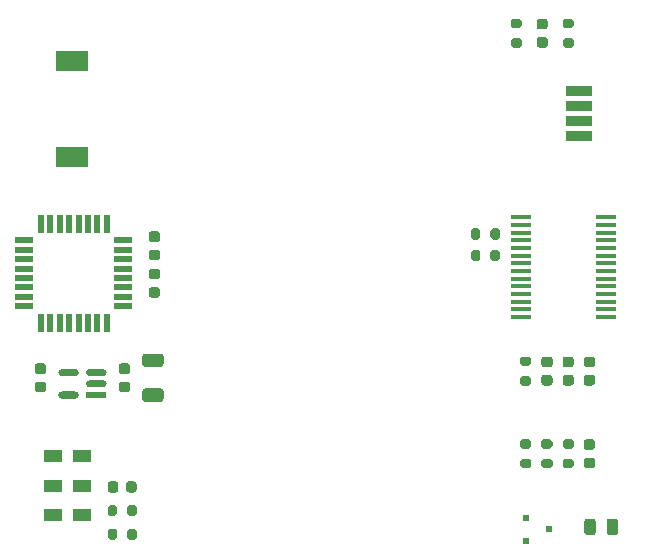
<source format=gbr>
G04 #@! TF.GenerationSoftware,KiCad,Pcbnew,(5.1.12-1-10_14)*
G04 #@! TF.CreationDate,2021-12-30T21:01:29-05:00*
G04 #@! TF.ProjectId,blinky,626c696e-6b79-42e6-9b69-6361645f7063,rev?*
G04 #@! TF.SameCoordinates,Original*
G04 #@! TF.FileFunction,Paste,Top*
G04 #@! TF.FilePolarity,Positive*
%FSLAX46Y46*%
G04 Gerber Fmt 4.6, Leading zero omitted, Abs format (unit mm)*
G04 Created by KiCad (PCBNEW (5.1.12-1-10_14)) date 2021-12-30 21:01:29*
%MOMM*%
%LPD*%
G01*
G04 APERTURE LIST*
%ADD10R,1.750000X0.450000*%
%ADD11R,1.755639X0.609807*%
%ADD12R,0.550000X1.500000*%
%ADD13R,1.500000X0.550000*%
%ADD14R,2.692400X1.701800*%
%ADD15R,1.600000X1.000000*%
%ADD16R,0.600000X0.500000*%
%ADD17R,2.200000X0.900000*%
G04 APERTURE END LIST*
D10*
G04 #@! TO.C,U4*
X106472000Y-115279000D03*
X106472000Y-115929000D03*
X106472000Y-116579000D03*
X106472000Y-117229000D03*
X106472000Y-117879000D03*
X106472000Y-118529000D03*
X106472000Y-119179000D03*
X106472000Y-119829000D03*
X106472000Y-120479000D03*
X106472000Y-121129000D03*
X106472000Y-121779000D03*
X106472000Y-122429000D03*
X106472000Y-123079000D03*
X106472000Y-123729000D03*
X99272000Y-123729000D03*
X99272000Y-123079000D03*
X99272000Y-122429000D03*
X99272000Y-121779000D03*
X99272000Y-121129000D03*
X99272000Y-120479000D03*
X99272000Y-119829000D03*
X99272000Y-119179000D03*
X99272000Y-118529000D03*
X99272000Y-117879000D03*
X99272000Y-117229000D03*
X99272000Y-116579000D03*
X99272000Y-115929000D03*
X99272000Y-115279000D03*
G04 #@! TD*
D11*
G04 #@! TO.C,U2*
X63322281Y-130333000D03*
G36*
G01*
X64200100Y-129382999D02*
X64200100Y-129382999D01*
G75*
G02*
X63895197Y-129687902I-304903J0D01*
G01*
X62749365Y-129687902D01*
G75*
G02*
X62444462Y-129382999I0J304903D01*
G01*
X62444462Y-129382999D01*
G75*
G02*
X62749365Y-129078096I304903J0D01*
G01*
X63895197Y-129078096D01*
G75*
G02*
X64200100Y-129382999I0J-304903D01*
G01*
G37*
G36*
G01*
X64200100Y-128432999D02*
X64200100Y-128432999D01*
G75*
G02*
X63895197Y-128737902I-304903J0D01*
G01*
X62749365Y-128737902D01*
G75*
G02*
X62444462Y-128432999I0J304903D01*
G01*
X62444462Y-128432999D01*
G75*
G02*
X62749365Y-128128096I304903J0D01*
G01*
X63895197Y-128128096D01*
G75*
G02*
X64200100Y-128432999I0J-304903D01*
G01*
G37*
G36*
G01*
X61849537Y-128432999D02*
X61849537Y-128432999D01*
G75*
G02*
X61544634Y-128737902I-304903J0D01*
G01*
X60398802Y-128737902D01*
G75*
G02*
X60093899Y-128432999I0J304903D01*
G01*
X60093899Y-128432999D01*
G75*
G02*
X60398802Y-128128096I304903J0D01*
G01*
X61544634Y-128128096D01*
G75*
G02*
X61849537Y-128432999I0J-304903D01*
G01*
G37*
G36*
G01*
X61849537Y-130333000D02*
X61849537Y-130333000D01*
G75*
G02*
X61544634Y-130637903I-304903J0D01*
G01*
X60398802Y-130637903D01*
G75*
G02*
X60093899Y-130333000I0J304903D01*
G01*
X60093899Y-130333000D01*
G75*
G02*
X60398802Y-130028097I304903J0D01*
G01*
X61544634Y-130028097D01*
G75*
G02*
X61849537Y-130333000I0J-304903D01*
G01*
G37*
G04 #@! TD*
D12*
G04 #@! TO.C,U1*
X64222000Y-115824000D03*
X63422000Y-115824000D03*
X62622000Y-115824000D03*
X61822000Y-115824000D03*
X61022000Y-115824000D03*
X60222000Y-115824000D03*
X59422000Y-115824000D03*
X58622000Y-115824000D03*
D13*
X57222000Y-117224000D03*
X57222000Y-118024000D03*
X57222000Y-118824000D03*
X57222000Y-119624000D03*
X57222000Y-120424000D03*
X57222000Y-121224000D03*
X57222000Y-122024000D03*
X57222000Y-122824000D03*
D12*
X58622000Y-124224000D03*
X59422000Y-124224000D03*
X60222000Y-124224000D03*
X61022000Y-124224000D03*
X61822000Y-124224000D03*
X62622000Y-124224000D03*
X63422000Y-124224000D03*
X64222000Y-124224000D03*
D13*
X65622000Y-122824000D03*
X65622000Y-122024000D03*
X65622000Y-121224000D03*
X65622000Y-120424000D03*
X65622000Y-119624000D03*
X65622000Y-118824000D03*
X65622000Y-118024000D03*
X65622000Y-117224000D03*
G04 #@! TD*
D14*
G04 #@! TO.C,SW1*
X61272000Y-110155300D03*
X61272000Y-102052700D03*
G04 #@! TD*
D15*
G04 #@! TO.C,SW2*
X59677000Y-135519000D03*
X59677000Y-138019000D03*
X59677000Y-140519000D03*
X62077000Y-135519000D03*
X62077000Y-138019000D03*
X62077000Y-140519000D03*
G04 #@! TD*
G04 #@! TO.C,R10*
G36*
G01*
X103547000Y-134879000D02*
X102997000Y-134879000D01*
G75*
G02*
X102797000Y-134679000I0J200000D01*
G01*
X102797000Y-134279000D01*
G75*
G02*
X102997000Y-134079000I200000J0D01*
G01*
X103547000Y-134079000D01*
G75*
G02*
X103747000Y-134279000I0J-200000D01*
G01*
X103747000Y-134679000D01*
G75*
G02*
X103547000Y-134879000I-200000J0D01*
G01*
G37*
G36*
G01*
X103547000Y-136529000D02*
X102997000Y-136529000D01*
G75*
G02*
X102797000Y-136329000I0J200000D01*
G01*
X102797000Y-135929000D01*
G75*
G02*
X102997000Y-135729000I200000J0D01*
G01*
X103547000Y-135729000D01*
G75*
G02*
X103747000Y-135929000I0J-200000D01*
G01*
X103747000Y-136329000D01*
G75*
G02*
X103547000Y-136529000I-200000J0D01*
G01*
G37*
G04 #@! TD*
G04 #@! TO.C,R9*
G36*
G01*
X101197000Y-135729000D02*
X101747000Y-135729000D01*
G75*
G02*
X101947000Y-135929000I0J-200000D01*
G01*
X101947000Y-136329000D01*
G75*
G02*
X101747000Y-136529000I-200000J0D01*
G01*
X101197000Y-136529000D01*
G75*
G02*
X100997000Y-136329000I0J200000D01*
G01*
X100997000Y-135929000D01*
G75*
G02*
X101197000Y-135729000I200000J0D01*
G01*
G37*
G36*
G01*
X101197000Y-134079000D02*
X101747000Y-134079000D01*
G75*
G02*
X101947000Y-134279000I0J-200000D01*
G01*
X101947000Y-134679000D01*
G75*
G02*
X101747000Y-134879000I-200000J0D01*
G01*
X101197000Y-134879000D01*
G75*
G02*
X100997000Y-134679000I0J200000D01*
G01*
X100997000Y-134279000D01*
G75*
G02*
X101197000Y-134079000I200000J0D01*
G01*
G37*
G04 #@! TD*
G04 #@! TO.C,R8*
G36*
G01*
X99397000Y-135729000D02*
X99947000Y-135729000D01*
G75*
G02*
X100147000Y-135929000I0J-200000D01*
G01*
X100147000Y-136329000D01*
G75*
G02*
X99947000Y-136529000I-200000J0D01*
G01*
X99397000Y-136529000D01*
G75*
G02*
X99197000Y-136329000I0J200000D01*
G01*
X99197000Y-135929000D01*
G75*
G02*
X99397000Y-135729000I200000J0D01*
G01*
G37*
G36*
G01*
X99397000Y-134079000D02*
X99947000Y-134079000D01*
G75*
G02*
X100147000Y-134279000I0J-200000D01*
G01*
X100147000Y-134679000D01*
G75*
G02*
X99947000Y-134879000I-200000J0D01*
G01*
X99397000Y-134879000D01*
G75*
G02*
X99197000Y-134679000I0J200000D01*
G01*
X99197000Y-134279000D01*
G75*
G02*
X99397000Y-134079000I200000J0D01*
G01*
G37*
G04 #@! TD*
G04 #@! TO.C,R7*
G36*
G01*
X99947000Y-127879000D02*
X99397000Y-127879000D01*
G75*
G02*
X99197000Y-127679000I0J200000D01*
G01*
X99197000Y-127279000D01*
G75*
G02*
X99397000Y-127079000I200000J0D01*
G01*
X99947000Y-127079000D01*
G75*
G02*
X100147000Y-127279000I0J-200000D01*
G01*
X100147000Y-127679000D01*
G75*
G02*
X99947000Y-127879000I-200000J0D01*
G01*
G37*
G36*
G01*
X99947000Y-129529000D02*
X99397000Y-129529000D01*
G75*
G02*
X99197000Y-129329000I0J200000D01*
G01*
X99197000Y-128929000D01*
G75*
G02*
X99397000Y-128729000I200000J0D01*
G01*
X99947000Y-128729000D01*
G75*
G02*
X100147000Y-128929000I0J-200000D01*
G01*
X100147000Y-129329000D01*
G75*
G02*
X99947000Y-129529000I-200000J0D01*
G01*
G37*
G04 #@! TD*
G04 #@! TO.C,R6*
G36*
G01*
X96697000Y-116979000D02*
X96697000Y-116429000D01*
G75*
G02*
X96897000Y-116229000I200000J0D01*
G01*
X97297000Y-116229000D01*
G75*
G02*
X97497000Y-116429000I0J-200000D01*
G01*
X97497000Y-116979000D01*
G75*
G02*
X97297000Y-117179000I-200000J0D01*
G01*
X96897000Y-117179000D01*
G75*
G02*
X96697000Y-116979000I0J200000D01*
G01*
G37*
G36*
G01*
X95047000Y-116979000D02*
X95047000Y-116429000D01*
G75*
G02*
X95247000Y-116229000I200000J0D01*
G01*
X95647000Y-116229000D01*
G75*
G02*
X95847000Y-116429000I0J-200000D01*
G01*
X95847000Y-116979000D01*
G75*
G02*
X95647000Y-117179000I-200000J0D01*
G01*
X95247000Y-117179000D01*
G75*
G02*
X95047000Y-116979000I0J200000D01*
G01*
G37*
G04 #@! TD*
G04 #@! TO.C,R5*
G36*
G01*
X95847000Y-118229000D02*
X95847000Y-118779000D01*
G75*
G02*
X95647000Y-118979000I-200000J0D01*
G01*
X95247000Y-118979000D01*
G75*
G02*
X95047000Y-118779000I0J200000D01*
G01*
X95047000Y-118229000D01*
G75*
G02*
X95247000Y-118029000I200000J0D01*
G01*
X95647000Y-118029000D01*
G75*
G02*
X95847000Y-118229000I0J-200000D01*
G01*
G37*
G36*
G01*
X97497000Y-118229000D02*
X97497000Y-118779000D01*
G75*
G02*
X97297000Y-118979000I-200000J0D01*
G01*
X96897000Y-118979000D01*
G75*
G02*
X96697000Y-118779000I0J200000D01*
G01*
X96697000Y-118229000D01*
G75*
G02*
X96897000Y-118029000I200000J0D01*
G01*
X97297000Y-118029000D01*
G75*
G02*
X97497000Y-118229000I0J-200000D01*
G01*
G37*
G04 #@! TD*
G04 #@! TO.C,R4*
G36*
G01*
X103547000Y-99279000D02*
X102997000Y-99279000D01*
G75*
G02*
X102797000Y-99079000I0J200000D01*
G01*
X102797000Y-98679000D01*
G75*
G02*
X102997000Y-98479000I200000J0D01*
G01*
X103547000Y-98479000D01*
G75*
G02*
X103747000Y-98679000I0J-200000D01*
G01*
X103747000Y-99079000D01*
G75*
G02*
X103547000Y-99279000I-200000J0D01*
G01*
G37*
G36*
G01*
X103547000Y-100929000D02*
X102997000Y-100929000D01*
G75*
G02*
X102797000Y-100729000I0J200000D01*
G01*
X102797000Y-100329000D01*
G75*
G02*
X102997000Y-100129000I200000J0D01*
G01*
X103547000Y-100129000D01*
G75*
G02*
X103747000Y-100329000I0J-200000D01*
G01*
X103747000Y-100729000D01*
G75*
G02*
X103547000Y-100929000I-200000J0D01*
G01*
G37*
G04 #@! TD*
G04 #@! TO.C,R3*
G36*
G01*
X98597000Y-100129000D02*
X99147000Y-100129000D01*
G75*
G02*
X99347000Y-100329000I0J-200000D01*
G01*
X99347000Y-100729000D01*
G75*
G02*
X99147000Y-100929000I-200000J0D01*
G01*
X98597000Y-100929000D01*
G75*
G02*
X98397000Y-100729000I0J200000D01*
G01*
X98397000Y-100329000D01*
G75*
G02*
X98597000Y-100129000I200000J0D01*
G01*
G37*
G36*
G01*
X98597000Y-98479000D02*
X99147000Y-98479000D01*
G75*
G02*
X99347000Y-98679000I0J-200000D01*
G01*
X99347000Y-99079000D01*
G75*
G02*
X99147000Y-99279000I-200000J0D01*
G01*
X98597000Y-99279000D01*
G75*
G02*
X98397000Y-99079000I0J200000D01*
G01*
X98397000Y-98679000D01*
G75*
G02*
X98597000Y-98479000I200000J0D01*
G01*
G37*
G04 #@! TD*
G04 #@! TO.C,R2*
G36*
G01*
X65088000Y-141838000D02*
X65088000Y-142388000D01*
G75*
G02*
X64888000Y-142588000I-200000J0D01*
G01*
X64488000Y-142588000D01*
G75*
G02*
X64288000Y-142388000I0J200000D01*
G01*
X64288000Y-141838000D01*
G75*
G02*
X64488000Y-141638000I200000J0D01*
G01*
X64888000Y-141638000D01*
G75*
G02*
X65088000Y-141838000I0J-200000D01*
G01*
G37*
G36*
G01*
X66738000Y-141838000D02*
X66738000Y-142388000D01*
G75*
G02*
X66538000Y-142588000I-200000J0D01*
G01*
X66138000Y-142588000D01*
G75*
G02*
X65938000Y-142388000I0J200000D01*
G01*
X65938000Y-141838000D01*
G75*
G02*
X66138000Y-141638000I200000J0D01*
G01*
X66538000Y-141638000D01*
G75*
G02*
X66738000Y-141838000I0J-200000D01*
G01*
G37*
G04 #@! TD*
G04 #@! TO.C,R1*
G36*
G01*
X65088000Y-139838000D02*
X65088000Y-140388000D01*
G75*
G02*
X64888000Y-140588000I-200000J0D01*
G01*
X64488000Y-140588000D01*
G75*
G02*
X64288000Y-140388000I0J200000D01*
G01*
X64288000Y-139838000D01*
G75*
G02*
X64488000Y-139638000I200000J0D01*
G01*
X64888000Y-139638000D01*
G75*
G02*
X65088000Y-139838000I0J-200000D01*
G01*
G37*
G36*
G01*
X66738000Y-139838000D02*
X66738000Y-140388000D01*
G75*
G02*
X66538000Y-140588000I-200000J0D01*
G01*
X66138000Y-140588000D01*
G75*
G02*
X65938000Y-140388000I0J200000D01*
G01*
X65938000Y-139838000D01*
G75*
G02*
X66138000Y-139638000I200000J0D01*
G01*
X66538000Y-139638000D01*
G75*
G02*
X66738000Y-139838000I0J-200000D01*
G01*
G37*
G04 #@! TD*
D16*
G04 #@! TO.C,Q1*
X99672000Y-140754000D03*
X99672000Y-142654000D03*
X101672000Y-141704000D03*
G04 #@! TD*
D17*
G04 #@! TO.C,U3*
X104172000Y-108409000D03*
X104172000Y-107139000D03*
X104172000Y-105869000D03*
X104172000Y-104599000D03*
G04 #@! TD*
G04 #@! TO.C,D145*
G36*
G01*
X106522000Y-141960250D02*
X106522000Y-141047750D01*
G75*
G02*
X106765750Y-140804000I243750J0D01*
G01*
X107253250Y-140804000D01*
G75*
G02*
X107497000Y-141047750I0J-243750D01*
G01*
X107497000Y-141960250D01*
G75*
G02*
X107253250Y-142204000I-243750J0D01*
G01*
X106765750Y-142204000D01*
G75*
G02*
X106522000Y-141960250I0J243750D01*
G01*
G37*
G36*
G01*
X104647000Y-141960250D02*
X104647000Y-141047750D01*
G75*
G02*
X104890750Y-140804000I243750J0D01*
G01*
X105378250Y-140804000D01*
G75*
G02*
X105622000Y-141047750I0J-243750D01*
G01*
X105622000Y-141960250D01*
G75*
G02*
X105378250Y-142204000I-243750J0D01*
G01*
X104890750Y-142204000D01*
G75*
G02*
X104647000Y-141960250I0J243750D01*
G01*
G37*
G04 #@! TD*
G04 #@! TO.C,C11*
G36*
G01*
X104822000Y-128629000D02*
X105322000Y-128629000D01*
G75*
G02*
X105547000Y-128854000I0J-225000D01*
G01*
X105547000Y-129304000D01*
G75*
G02*
X105322000Y-129529000I-225000J0D01*
G01*
X104822000Y-129529000D01*
G75*
G02*
X104597000Y-129304000I0J225000D01*
G01*
X104597000Y-128854000D01*
G75*
G02*
X104822000Y-128629000I225000J0D01*
G01*
G37*
G36*
G01*
X104822000Y-127079000D02*
X105322000Y-127079000D01*
G75*
G02*
X105547000Y-127304000I0J-225000D01*
G01*
X105547000Y-127754000D01*
G75*
G02*
X105322000Y-127979000I-225000J0D01*
G01*
X104822000Y-127979000D01*
G75*
G02*
X104597000Y-127754000I0J225000D01*
G01*
X104597000Y-127304000D01*
G75*
G02*
X104822000Y-127079000I225000J0D01*
G01*
G37*
G04 #@! TD*
G04 #@! TO.C,C10*
G36*
G01*
X103022000Y-128629000D02*
X103522000Y-128629000D01*
G75*
G02*
X103747000Y-128854000I0J-225000D01*
G01*
X103747000Y-129304000D01*
G75*
G02*
X103522000Y-129529000I-225000J0D01*
G01*
X103022000Y-129529000D01*
G75*
G02*
X102797000Y-129304000I0J225000D01*
G01*
X102797000Y-128854000D01*
G75*
G02*
X103022000Y-128629000I225000J0D01*
G01*
G37*
G36*
G01*
X103022000Y-127079000D02*
X103522000Y-127079000D01*
G75*
G02*
X103747000Y-127304000I0J-225000D01*
G01*
X103747000Y-127754000D01*
G75*
G02*
X103522000Y-127979000I-225000J0D01*
G01*
X103022000Y-127979000D01*
G75*
G02*
X102797000Y-127754000I0J225000D01*
G01*
X102797000Y-127304000D01*
G75*
G02*
X103022000Y-127079000I225000J0D01*
G01*
G37*
G04 #@! TD*
G04 #@! TO.C,C9*
G36*
G01*
X101222000Y-128629000D02*
X101722000Y-128629000D01*
G75*
G02*
X101947000Y-128854000I0J-225000D01*
G01*
X101947000Y-129304000D01*
G75*
G02*
X101722000Y-129529000I-225000J0D01*
G01*
X101222000Y-129529000D01*
G75*
G02*
X100997000Y-129304000I0J225000D01*
G01*
X100997000Y-128854000D01*
G75*
G02*
X101222000Y-128629000I225000J0D01*
G01*
G37*
G36*
G01*
X101222000Y-127079000D02*
X101722000Y-127079000D01*
G75*
G02*
X101947000Y-127304000I0J-225000D01*
G01*
X101947000Y-127754000D01*
G75*
G02*
X101722000Y-127979000I-225000J0D01*
G01*
X101222000Y-127979000D01*
G75*
G02*
X100997000Y-127754000I0J225000D01*
G01*
X100997000Y-127304000D01*
G75*
G02*
X101222000Y-127079000I225000J0D01*
G01*
G37*
G04 #@! TD*
G04 #@! TO.C,C8*
G36*
G01*
X105322000Y-134979000D02*
X104822000Y-134979000D01*
G75*
G02*
X104597000Y-134754000I0J225000D01*
G01*
X104597000Y-134304000D01*
G75*
G02*
X104822000Y-134079000I225000J0D01*
G01*
X105322000Y-134079000D01*
G75*
G02*
X105547000Y-134304000I0J-225000D01*
G01*
X105547000Y-134754000D01*
G75*
G02*
X105322000Y-134979000I-225000J0D01*
G01*
G37*
G36*
G01*
X105322000Y-136529000D02*
X104822000Y-136529000D01*
G75*
G02*
X104597000Y-136304000I0J225000D01*
G01*
X104597000Y-135854000D01*
G75*
G02*
X104822000Y-135629000I225000J0D01*
G01*
X105322000Y-135629000D01*
G75*
G02*
X105547000Y-135854000I0J-225000D01*
G01*
X105547000Y-136304000D01*
G75*
G02*
X105322000Y-136529000I-225000J0D01*
G01*
G37*
G04 #@! TD*
G04 #@! TO.C,C7*
G36*
G01*
X101322000Y-99379000D02*
X100822000Y-99379000D01*
G75*
G02*
X100597000Y-99154000I0J225000D01*
G01*
X100597000Y-98704000D01*
G75*
G02*
X100822000Y-98479000I225000J0D01*
G01*
X101322000Y-98479000D01*
G75*
G02*
X101547000Y-98704000I0J-225000D01*
G01*
X101547000Y-99154000D01*
G75*
G02*
X101322000Y-99379000I-225000J0D01*
G01*
G37*
G36*
G01*
X101322000Y-100929000D02*
X100822000Y-100929000D01*
G75*
G02*
X100597000Y-100704000I0J225000D01*
G01*
X100597000Y-100254000D01*
G75*
G02*
X100822000Y-100029000I225000J0D01*
G01*
X101322000Y-100029000D01*
G75*
G02*
X101547000Y-100254000I0J-225000D01*
G01*
X101547000Y-100704000D01*
G75*
G02*
X101322000Y-100929000I-225000J0D01*
G01*
G37*
G04 #@! TD*
G04 #@! TO.C,C6*
G36*
G01*
X58841000Y-128550000D02*
X58341000Y-128550000D01*
G75*
G02*
X58116000Y-128325000I0J225000D01*
G01*
X58116000Y-127875000D01*
G75*
G02*
X58341000Y-127650000I225000J0D01*
G01*
X58841000Y-127650000D01*
G75*
G02*
X59066000Y-127875000I0J-225000D01*
G01*
X59066000Y-128325000D01*
G75*
G02*
X58841000Y-128550000I-225000J0D01*
G01*
G37*
G36*
G01*
X58841000Y-130100000D02*
X58341000Y-130100000D01*
G75*
G02*
X58116000Y-129875000I0J225000D01*
G01*
X58116000Y-129425000D01*
G75*
G02*
X58341000Y-129200000I225000J0D01*
G01*
X58841000Y-129200000D01*
G75*
G02*
X59066000Y-129425000I0J-225000D01*
G01*
X59066000Y-129875000D01*
G75*
G02*
X58841000Y-130100000I-225000J0D01*
G01*
G37*
G04 #@! TD*
G04 #@! TO.C,C5*
G36*
G01*
X65953000Y-128550000D02*
X65453000Y-128550000D01*
G75*
G02*
X65228000Y-128325000I0J225000D01*
G01*
X65228000Y-127875000D01*
G75*
G02*
X65453000Y-127650000I225000J0D01*
G01*
X65953000Y-127650000D01*
G75*
G02*
X66178000Y-127875000I0J-225000D01*
G01*
X66178000Y-128325000D01*
G75*
G02*
X65953000Y-128550000I-225000J0D01*
G01*
G37*
G36*
G01*
X65953000Y-130100000D02*
X65453000Y-130100000D01*
G75*
G02*
X65228000Y-129875000I0J225000D01*
G01*
X65228000Y-129425000D01*
G75*
G02*
X65453000Y-129200000I225000J0D01*
G01*
X65953000Y-129200000D01*
G75*
G02*
X66178000Y-129425000I0J-225000D01*
G01*
X66178000Y-129875000D01*
G75*
G02*
X65953000Y-130100000I-225000J0D01*
G01*
G37*
G04 #@! TD*
G04 #@! TO.C,C4*
G36*
G01*
X65838000Y-138363000D02*
X65838000Y-137863000D01*
G75*
G02*
X66063000Y-137638000I225000J0D01*
G01*
X66513000Y-137638000D01*
G75*
G02*
X66738000Y-137863000I0J-225000D01*
G01*
X66738000Y-138363000D01*
G75*
G02*
X66513000Y-138588000I-225000J0D01*
G01*
X66063000Y-138588000D01*
G75*
G02*
X65838000Y-138363000I0J225000D01*
G01*
G37*
G36*
G01*
X64288000Y-138363000D02*
X64288000Y-137863000D01*
G75*
G02*
X64513000Y-137638000I225000J0D01*
G01*
X64963000Y-137638000D01*
G75*
G02*
X65188000Y-137863000I0J-225000D01*
G01*
X65188000Y-138363000D01*
G75*
G02*
X64963000Y-138588000I-225000J0D01*
G01*
X64513000Y-138588000D01*
G75*
G02*
X64288000Y-138363000I0J225000D01*
G01*
G37*
G04 #@! TD*
G04 #@! TO.C,C3*
G36*
G01*
X68493000Y-117374000D02*
X67993000Y-117374000D01*
G75*
G02*
X67768000Y-117149000I0J225000D01*
G01*
X67768000Y-116699000D01*
G75*
G02*
X67993000Y-116474000I225000J0D01*
G01*
X68493000Y-116474000D01*
G75*
G02*
X68718000Y-116699000I0J-225000D01*
G01*
X68718000Y-117149000D01*
G75*
G02*
X68493000Y-117374000I-225000J0D01*
G01*
G37*
G36*
G01*
X68493000Y-118924000D02*
X67993000Y-118924000D01*
G75*
G02*
X67768000Y-118699000I0J225000D01*
G01*
X67768000Y-118249000D01*
G75*
G02*
X67993000Y-118024000I225000J0D01*
G01*
X68493000Y-118024000D01*
G75*
G02*
X68718000Y-118249000I0J-225000D01*
G01*
X68718000Y-118699000D01*
G75*
G02*
X68493000Y-118924000I-225000J0D01*
G01*
G37*
G04 #@! TD*
G04 #@! TO.C,C2*
G36*
G01*
X67993000Y-121199000D02*
X68493000Y-121199000D01*
G75*
G02*
X68718000Y-121424000I0J-225000D01*
G01*
X68718000Y-121874000D01*
G75*
G02*
X68493000Y-122099000I-225000J0D01*
G01*
X67993000Y-122099000D01*
G75*
G02*
X67768000Y-121874000I0J225000D01*
G01*
X67768000Y-121424000D01*
G75*
G02*
X67993000Y-121199000I225000J0D01*
G01*
G37*
G36*
G01*
X67993000Y-119649000D02*
X68493000Y-119649000D01*
G75*
G02*
X68718000Y-119874000I0J-225000D01*
G01*
X68718000Y-120324000D01*
G75*
G02*
X68493000Y-120549000I-225000J0D01*
G01*
X67993000Y-120549000D01*
G75*
G02*
X67768000Y-120324000I0J225000D01*
G01*
X67768000Y-119874000D01*
G75*
G02*
X67993000Y-119649000I225000J0D01*
G01*
G37*
G04 #@! TD*
G04 #@! TO.C,C1*
G36*
G01*
X68766001Y-127975000D02*
X67465999Y-127975000D01*
G75*
G02*
X67216000Y-127725001I0J249999D01*
G01*
X67216000Y-127074999D01*
G75*
G02*
X67465999Y-126825000I249999J0D01*
G01*
X68766001Y-126825000D01*
G75*
G02*
X69016000Y-127074999I0J-249999D01*
G01*
X69016000Y-127725001D01*
G75*
G02*
X68766001Y-127975000I-249999J0D01*
G01*
G37*
G36*
G01*
X68766001Y-130925000D02*
X67465999Y-130925000D01*
G75*
G02*
X67216000Y-130675001I0J249999D01*
G01*
X67216000Y-130024999D01*
G75*
G02*
X67465999Y-129775000I249999J0D01*
G01*
X68766001Y-129775000D01*
G75*
G02*
X69016000Y-130024999I0J-249999D01*
G01*
X69016000Y-130675001D01*
G75*
G02*
X68766001Y-130925000I-249999J0D01*
G01*
G37*
G04 #@! TD*
M02*

</source>
